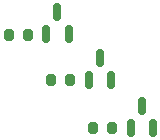
<source format=gbr>
%TF.GenerationSoftware,KiCad,Pcbnew,7.0.5*%
%TF.CreationDate,2023-06-18T10:33:00+01:00*%
%TF.ProjectId,Rapid Training Target,52617069-6420-4547-9261-696e696e6720,A*%
%TF.SameCoordinates,Original*%
%TF.FileFunction,Paste,Bot*%
%TF.FilePolarity,Positive*%
%FSLAX46Y46*%
G04 Gerber Fmt 4.6, Leading zero omitted, Abs format (unit mm)*
G04 Created by KiCad (PCBNEW 7.0.5) date 2023-06-18 10:33:00*
%MOMM*%
%LPD*%
G01*
G04 APERTURE LIST*
G04 Aperture macros list*
%AMRoundRect*
0 Rectangle with rounded corners*
0 $1 Rounding radius*
0 $2 $3 $4 $5 $6 $7 $8 $9 X,Y pos of 4 corners*
0 Add a 4 corners polygon primitive as box body*
4,1,4,$2,$3,$4,$5,$6,$7,$8,$9,$2,$3,0*
0 Add four circle primitives for the rounded corners*
1,1,$1+$1,$2,$3*
1,1,$1+$1,$4,$5*
1,1,$1+$1,$6,$7*
1,1,$1+$1,$8,$9*
0 Add four rect primitives between the rounded corners*
20,1,$1+$1,$2,$3,$4,$5,0*
20,1,$1+$1,$4,$5,$6,$7,0*
20,1,$1+$1,$6,$7,$8,$9,0*
20,1,$1+$1,$8,$9,$2,$3,0*%
G04 Aperture macros list end*
%ADD10RoundRect,0.200000X-0.200000X-0.275000X0.200000X-0.275000X0.200000X0.275000X-0.200000X0.275000X0*%
%ADD11RoundRect,0.150000X0.150000X-0.587500X0.150000X0.587500X-0.150000X0.587500X-0.150000X-0.587500X0*%
G04 APERTURE END LIST*
D10*
%TO.C,R12*%
X174435000Y-76962000D03*
X176085000Y-76962000D03*
%TD*%
%TO.C,R11*%
X172529000Y-72898000D03*
X170879000Y-72898000D03*
%TD*%
%TO.C,R10*%
X167323000Y-69088000D03*
X168973000Y-69088000D03*
%TD*%
D11*
%TO.C,Q3*%
X179578000Y-76962000D03*
X177678000Y-76962000D03*
X178628000Y-75087000D03*
%TD*%
%TO.C,Q2*%
X176022000Y-72898000D03*
X174122000Y-72898000D03*
X175072000Y-71023000D03*
%TD*%
%TO.C,Q1*%
X171450000Y-67134500D03*
X170500000Y-69009500D03*
X172400000Y-69009500D03*
%TD*%
M02*

</source>
